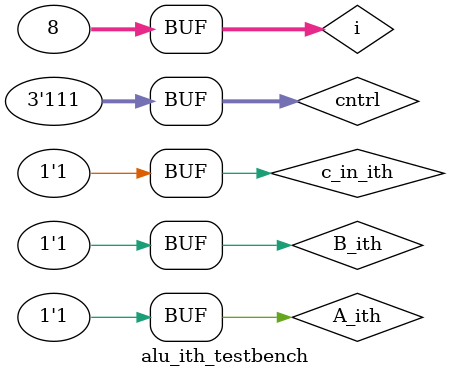
<source format=sv>
`timescale 1ns/10ps
module alu_ith (A_ith, B_ith, c_in_ith, c_out_ith, cntrl, result_ith);
	input logic A_ith, B_ith, c_in_ith;
	input logic [2:0] cntrl;
	output logic result_ith, c_out_ith;
	
//	000:			result = B		
// 010:			result = A + B
// 011:			result = A - B
// 100:			result = bitwise A & B	
// 101:			result = bitwise A | B		
// 110:			result = bitwise A XOR B


	logic result_adder; //NOT DONE
	logic B_ith_not, B_ith_2_adder;
	
	not #0.05 (B_ith_not, B_ith);
	mux2_1 mux2 (.out(B_ith_2_adder), .i0(B_ith), .i1(B_ith_not), .sel(cntrl[0]));
	fullAdder adder (.a(A_ith), .b(B_ith_2_adder), .c_in(c_in_ith), .sum(result_adder), .c_out(c_out_ith));
	
	//logic result_sub; //NOT DONE (maybe c_in 1 for 0th alu)
	
	logic result_and;
	and #0.05 ga0 (result_and, A_ith, B_ith);
	
	logic result_or;
	or #0.05 go0 (result_or, A_ith, B_ith);
	
	logic result_xor;
	xor #0.05 gxo0 (result_xor, A_ith, B_ith);
	
	mux8_1 mux8 (.out(result_ith), .in_signal({1'b0,result_xor,result_or,result_and,result_adder,result_adder,1'b0,B_ith}), .selection(cntrl));

endmodule

module alu_ith_testbench();
	logic A_ith, B_ith, c_in_ith;
	logic [2:0] cntrl;
	logic result_ith, c_out_ith;
	alu_ith dut (.*);
	integer i;   
	initial begin
	A_ith = 1'b1; B_ith = 1'b0; c_in_ith = 1'b0;
	for(i=0; i<8; i++) begin
		cntrl = i; #10;
	end
	
	A_ith = 1'b1; B_ith = 1'b1; c_in_ith = 1'b0;
	for(i=0; i<8; i++) begin
		cntrl = i; #10;
	end
	
	A_ith = 1'b1; B_ith = 1'b1; c_in_ith = 1'b1;
	for(i=0; i<8; i++) begin
		cntrl = i; #10;
	end
	
	end
endmodule

</source>
